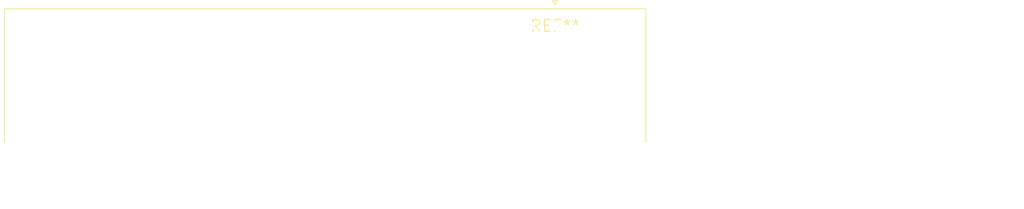
<source format=kicad_pcb>
(kicad_pcb (version 20240108) (generator pcbnew)
  (layers (0 "F.Cu" signal) (31 "B.Cu" signal) (34 "B.Paste" user) (35 "F.Paste" user) (36 "B.SilkS" user "B.Silkscreen") (37 "F.SilkS" user "F.Silkscreen") (38 "B.Mask" user) (39 "F.Mask" user) (44 "Edge.Cuts" user))
  (net 0 "")
  (footprint "DSUB-37_Female_Horizontal_P2.77x2.84mm_EdgePinOffset9.90mm_Housed_MountingHolesOffset11.32mm" (layer "F.Cu") (at 0 0)
    (property "Reference" "REF**")
    (property "Value" "DSUB-37_Female_Horizontal_P2.77x2.84mm_EdgePinOffset9.90mm_Housed_MountingHolesOffset11.32mm")
    (fp_line (start -59.69 -1.86) (end 9.83 -1.86) (layer "F.SilkS") (stroke (width 0.12)))
    (fp_line (start -59.69 12.68) (end -59.69 -1.86) (layer "F.SilkS") (stroke (width 0.12)))
    (fp_line (start -0.25 -2.754338) (end 0.25 -2.754338) (layer "F.SilkS") (stroke (width 0.12)))
    (fp_line (start 0 -2.321325) (end -0.25 -2.754338) (layer "F.SilkS") (stroke (width 0.12)))
    (fp_line (start 0.25 -2.754338) (end 0 -2.321325) (layer "F.SilkS") (stroke (width 0.12)))
    (fp_line (start 9.83 -1.86) (end 9.83 12.68) (layer "F.SilkS") (stroke (width 0.12)))
    (pad "0" thru_hole circle (at -56.68 1.42) (size 4 4) (drill 3.2) (layers *.Cu *.Mask) (remove_unused_layers))
    (pad "0" thru_hole circle (at 6.82 1.42) (size 4 4) (drill 3.2) (layers *.Cu *.Mask) (remove_unused_layers))
    (pad "1" thru_hole rect (at 0 0) (size 1.6 1.6) (drill 1) (layers *.Cu *.Mask) (remove_unused_layers))
    (pad "2" thru_hole circle (at -2.77 0) (size 1.6 1.6) (drill 1) (layers *.Cu *.Mask) (remove_unused_layers))
    (pad "3" thru_hole circle (at -5.54 0) (size 1.6 1.6) (drill 1) (layers *.Cu *.Mask) (remove_unused_layers))
    (pad "4" thru_hole circle (at -8.31 0) (size 1.6 1.6) (drill 1) (layers *.Cu *.Mask) (remove_unused_layers))
    (pad "5" thru_hole circle (at -11.08 0) (size 1.6 1.6) (drill 1) (layers *.Cu *.Mask) (remove_unused_layers))
    (pad "6" thru_hole circle (at -13.85 0) (size 1.6 1.6) (drill 1) (layers *.Cu *.Mask) (remove_unused_layers))
    (pad "7" thru_hole circle (at -16.62 0) (size 1.6 1.6) (drill 1) (layers *.Cu *.Mask) (remove_unused_layers))
    (pad "8" thru_hole circle (at -19.39 0) (size 1.6 1.6) (drill 1) (layers *.Cu *.Mask) (remove_unused_layers))
    (pad "9" thru_hole circle (at -22.16 0) (size 1.6 1.6) (drill 1) (layers *.Cu *.Mask) (remove_unused_layers))
    (pad "10" thru_hole circle (at -24.93 0) (size 1.6 1.6) (drill 1) (layers *.Cu *.Mask) (remove_unused_layers))
    (pad "11" thru_hole circle (at -27.7 0) (size 1.6 1.6) (drill 1) (layers *.Cu *.Mask) (remove_unused_layers))
    (pad "12" thru_hole circle (at -30.47 0) (size 1.6 1.6) (drill 1) (layers *.Cu *.Mask) (remove_unused_layers))
    (pad "13" thru_hole circle (at -33.24 0) (size 1.6 1.6) (drill 1) (layers *.Cu *.Mask) (remove_unused_layers))
    (pad "14" thru_hole circle (at -36.01 0) (size 1.6 1.6) (drill 1) (layers *.Cu *.Mask) (remove_unused_layers))
    (pad "15" thru_hole circle (at -38.78 0) (size 1.6 1.6) (drill 1) (layers *.Cu *.Mask) (remove_unused_layers))
    (pad "16" thru_hole circle (at -41.55 0) (size 1.6 1.6) (drill 1) (layers *.Cu *.Mask) (remove_unused_layers))
    (pad "17" thru_hole circle (at -44.32 0) (size 1.6 1.6) (drill 1) (layers *.Cu *.Mask) (remove_unused_layers))
    (pad "18" thru_hole circle (at -47.09 0) (size 1.6 1.6) (drill 1) (layers *.Cu *.Mask) (remove_unused_layers))
    (pad "19" thru_hole circle (at -49.86 0) (size 1.6 1.6) (drill 1) (layers *.Cu *.Mask) (remove_unused_layers))
    (pad "20" thru_hole circle (at -1.385 2.84) (size 1.6 1.6) (drill 1) (layers *.Cu *.Mask) (remove_unused_layers))
    (pad "21" thru_hole circle (at -4.155 2.84) (size 1.6 1.6) (drill 1) (layers *.Cu *.Mask) (remove_unused_layers))
    (pad "22" thru_hole circle (at -6.925 2.84) (size 1.6 1.6) (drill 1) (layers *.Cu *.Mask) (remove_unused_layers))
    (pad "23" thru_hole circle (at -9.695 2.84) (size 1.6 1.6) (drill 1) (layers *.Cu *.Mask) (remove_unused_layers))
    (pad "24" thru_hole circle (at -12.465 2.84) (size 1.6 1.6) (drill 1) (layers *.Cu *.Mask) (remove_unused_layers))
    (pad "25" thru_hole circle (at -15.235 2.84) (size 1.6 1.6) (drill 1) (layers *.Cu *.Mask) (remove_unused_layers))
    (pad "26" thru_hole circle (at -18.005 2.84) (size 1.6 1.6) (drill 1) (layers *.Cu *.Mask) (remove_unused_layers))
    (pad "27" thru_hole circle (at -20.775 2.84) (size 1.6 1.6) (drill 1) (layers *.Cu *.Mask) (remove_unused_layers))
    (pad "28" thru_hole circle (at -23.545 2.84) (size 1.6 1.6) (drill 1) (layers *.Cu *.Mask) (remove_unused_layers))
    (pad "29" thru_hole circle (at -26.315 2.84) (size 1.6 1.6) (drill 1) (layers *.Cu *.Mask) (remove_unused_layers))
    (pad "30" thru_hole circle (at -29.085 2.84) (size 1.6 1.6) (drill 1) (layers *.Cu *.Mask) (remove_unused_layers))
    (pad "31" thru_hole circle (at -31.855 2.84) (size 1.6 1.6) (drill 1) (layers *.Cu *.Mask) (remove_unused_layers))
    (pad "32" thru_hole circle (at -34.625 2.84) (size 1.6 1.6) (drill 1) (layers *.Cu *.Mask) (remove_unused_layers))
    (pad "33" thru_hole circle (at -37.395 2.84) (size 1.6 1.6) (drill 1) (layers *.Cu *.Mask) (remove_unused_layers))
    (pad "34" thru_hole circle (at -40.165 2.84) (size 1.6 1.6) (drill 1) (layers *.Cu *.Mask) (remove_unused_layers))
    (pad "35" thru_hole circle (at -42.935 2.84) (size 1.6 1.6) (drill 1) (layers *.Cu *.Mask) (remove_unused_layers))
    (pad "36" thru_hole circle (at -45.705 2.84) (size 1.6 1.6) (drill 1) (layers *.Cu *.Mask) (remove_unused_layers))
    (pad "37" thru_hole circle (at -48.475 2.84) (size 1.6 1.6) (drill 1) (layers *.Cu *.Mask) (remove_unused_layers))
  )
)
</source>
